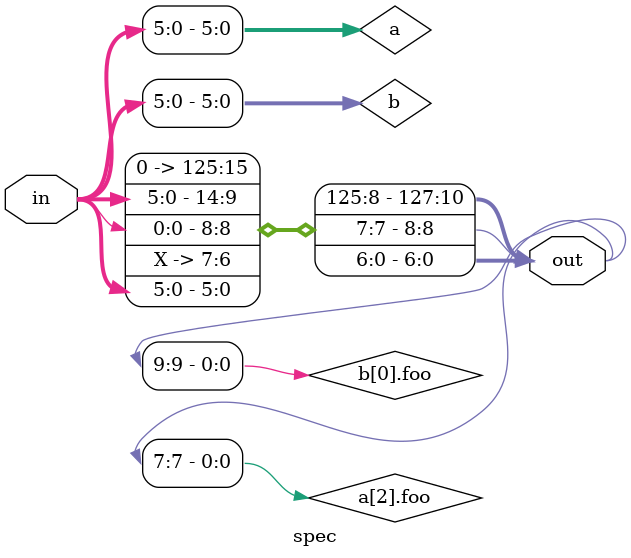
<source format=sv>

typedef enum logic [1:0]
	     {
	      foo_a,
	      foo_b,
	      foo_c,
	      foo_d
	      } foo_t;
typedef struct packed {
  foo_t foo;
  logic [3:0] idx;
} bar_t;

typedef bar_t [2:0] baz_t;

typedef baz_t fuz_t;

module spec (input logic [127:0] in,
	     output wire [127:0] out);

   baz_t b;
   bar_t [2:0] a;
   assign a = in;
   assign b = in;
   assign out = {b, b[0], b[0].foo, b[0].foo[0], a[2].foo, a[2].foo[1], a};

endmodule

</source>
